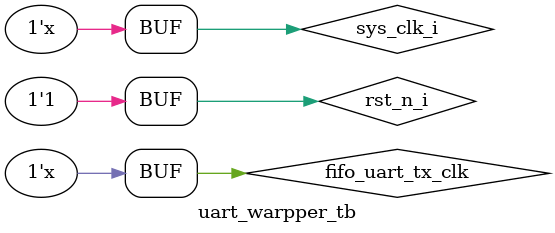
<source format=v>
`timescale 1ns / 1ps




module uart_warpper_tb;

// Parameters
localparam                              DATA_BIT = 0               ;

//Ports
reg                                     sys_clk_i                  ;
reg                                     rst_n_i                    ;
reg                    [  15:0]         baud_cnt_max               ;
reg                    [   1:0]         uart_parity_bit            ;
reg                    [   1:0]         uart_stop_bit              ;
reg                                     fifo_uart_tx_clk           ;
reg                                     fifo_uart_tx_wren          ;
reg                                     fifo_uart_tx_wren_r1       ;
reg                    [   7:0]         fifo_uart_tx_data          ;
wire                                    fifo_uart_tx_prog_full     ;
reg                                     uart_tx_wren_start         ;
reg                                     uart_tx_wren_end           ;
reg                                     fifo_uart_rx_clk           ;
reg                                     fifo_uart_rx_rden          ;
wire                   [   7:0]         fifo_uart_rx_data          ;
wire                                    fifo_uart_rx_empty         ;
wire                                    tx_o                       ;
reg [15:0]cnt;

always@(posedge fifo_uart_tx_clk)begin
    fifo_uart_tx_wren_r1<=fifo_uart_tx_wren;
end

always@(posedge fifo_uart_tx_clk or negedge rst_n_i)begin
    if (!rst_n_i) begin
        cnt<='d0;
    end
    else
        cnt<=cnt+'d1;
end

always@(*)begin
    case (cnt)
        100: begin
            fifo_uart_tx_wren = 1;
        end
        101:begin
            fifo_uart_tx_wren = 1;
            fifo_uart_tx_data = 'heb;
            uart_tx_wren_end = 1;
            uart_tx_wren_start = 1;
        end
        102:begin
            fifo_uart_tx_wren = 0;
            fifo_uart_tx_data = 'h90;
            uart_tx_wren_end = 1;
            uart_tx_wren_start = 1;
        end
        103:begin
            
        end
        104:begin
            
        end
        default: begin
            uart_tx_wren_end = 0;
            uart_tx_wren_start = 0;
            fifo_uart_tx_wren = 0;
            fifo_uart_tx_data = 0;
        end
    endcase
end

initial begin
    sys_clk_i = 0;
    rst_n_i = 0;
    fifo_uart_tx_clk = 0;
    uart_tx_wren_end = 0;
    uart_tx_wren_start = 0;
    fifo_uart_tx_wren = 0;
    fifo_uart_tx_data = 0;
    #100
    rst_n_i = 1;
    // //////////////////////////////////////
    // #400
    // fifo_uart_tx_wren = 1;
    // #4
    // fifo_uart_tx_wren = 0;
    // fifo_uart_tx_data = 'heb;
    // uart_tx_wren_end = 0;
    // uart_tx_wren_start = 1;
    // #2000
    // fifo_uart_tx_wren = 1;
    // #4
    // fifo_uart_tx_wren = 0;
    // fifo_uart_tx_data = 'h90;
    // uart_tx_wren_start = 0;
    // #200
    // fifo_uart_tx_wren = 1;
    // #4
    // fifo_uart_tx_wren = 0;
    // fifo_uart_tx_data = 'h12;
    // #20
    // fifo_uart_tx_wren = 1;
    // #4
    // fifo_uart_tx_wren = 0;
    // fifo_uart_tx_data = 'h34;
    // #100
    // fifo_uart_tx_wren = 1;
    // #4
    // fifo_uart_tx_wren = 0;
    // fifo_uart_tx_data = 'h56;
    // #20
    // fifo_uart_tx_wren = 1;
    // #4
    // fifo_uart_tx_wren = 0;
    // fifo_uart_tx_data = 'h07;
    // #20
    // fifo_uart_tx_wren = 1;
    // #4
    // fifo_uart_tx_wren = 0;
    // fifo_uart_tx_data = 'hd9;
    // uart_tx_wren_end = 1;
    // //////////////////////////////////////
    // //////////////////////////////////////
    // #400
    // fifo_uart_tx_wren = 1;
    // #4
    // fifo_uart_tx_wren = 0;
    // fifo_uart_tx_data = 'heb;
    // uart_tx_wren_end = 0;
    // uart_tx_wren_start = 1;
    // #2000
    // fifo_uart_tx_wren = 1;
    // #4
    // fifo_uart_tx_wren = 0;
    // fifo_uart_tx_data = 'h90;
    // uart_tx_wren_start = 0;
    // #200
    // fifo_uart_tx_wren = 1;
    // #4
    // fifo_uart_tx_wren = 0;
    // fifo_uart_tx_data = 'h12;
    // #20
    // fifo_uart_tx_wren = 1;
    // #4
    // fifo_uart_tx_wren = 0;
    // fifo_uart_tx_data = 'h34;
    // #100
    // fifo_uart_tx_wren = 1;
    // #4
    // fifo_uart_tx_wren = 0;
    // fifo_uart_tx_data = 'h56;
    // #20
    // fifo_uart_tx_wren = 1;
    // #4
    // fifo_uart_tx_wren = 0;
    // fifo_uart_tx_data = 'h07;
    // #20
    // fifo_uart_tx_wren = 1;
    // #4
    // fifo_uart_tx_wren = 0;
    // fifo_uart_tx_data = 'hd9;
    // uart_tx_wren_end = 1;
    // //////////////////////////////////////
    // //////////////////////////////////////
    // #400
    // fifo_uart_tx_wren = 1;
    // #4
    // fifo_uart_tx_wren = 0;
    // fifo_uart_tx_data = 'heb;
    // uart_tx_wren_end = 0;
    // uart_tx_wren_start = 1;
    // #2000
    // fifo_uart_tx_wren = 1;
    // #4
    // fifo_uart_tx_wren = 0;
    // fifo_uart_tx_data = 'h90;
    // uart_tx_wren_start = 0;
    // #200
    // fifo_uart_tx_wren = 1;
    // #4
    // fifo_uart_tx_wren = 0;
    // fifo_uart_tx_data = 'h12;
    // #20
    // fifo_uart_tx_wren = 1;
    // #4
    // fifo_uart_tx_wren = 0;
    // fifo_uart_tx_data = 'h34;
    // #100
    // fifo_uart_tx_wren = 1;
    // #4
    // fifo_uart_tx_wren = 0;
    // fifo_uart_tx_data = 'h56;
    // #20
    // fifo_uart_tx_wren = 1;
    // #4
    // fifo_uart_tx_wren = 0;
    // fifo_uart_tx_data = 'h07;
    // #20
    // fifo_uart_tx_wren = 1;
    // #4
    // fifo_uart_tx_wren = 0;
    // fifo_uart_tx_data = 'hd9;
    // uart_tx_wren_end = 1;
    // //////////////////////////////////////
    // //////////////////////////////////////
    // #400
    // fifo_uart_tx_wren = 1;
    // #4
    // fifo_uart_tx_wren = 0;
    // fifo_uart_tx_data = 'heb;
    // uart_tx_wren_end = 0;
    // uart_tx_wren_start = 1;
    // #2000
    // fifo_uart_tx_wren = 1;
    // #4
    // fifo_uart_tx_wren = 0;
    // fifo_uart_tx_data = 'h90;
    // uart_tx_wren_start = 0;
    // #200
    // fifo_uart_tx_wren = 1;
    // #4
    // fifo_uart_tx_wren = 0;
    // fifo_uart_tx_data = 'h12;
    // #20
    // fifo_uart_tx_wren = 1;
    // #4
    // fifo_uart_tx_wren = 0;
    // fifo_uart_tx_data = 'h34;
    // #100
    // fifo_uart_tx_wren = 1;
    // #4
    // fifo_uart_tx_wren = 0;
    // fifo_uart_tx_data = 'h56;
    // #20
    // fifo_uart_tx_wren = 1;
    // #4
    // fifo_uart_tx_wren = 0;
    // fifo_uart_tx_data = 'h07;
    // #20
    // fifo_uart_tx_wren = 1;
    // #4
    // fifo_uart_tx_wren = 0;
    // fifo_uart_tx_data = 'hd9;
    // uart_tx_wren_end = 1;
    // //////////////////////////////////////
    // //////////////////////////////////////
    // #400
    // fifo_uart_tx_wren = 1;
    // #4
    // fifo_uart_tx_wren = 0;
    // fifo_uart_tx_data = 'heb;
    // uart_tx_wren_end = 0;
    // uart_tx_wren_start = 1;
    // #2000
    // fifo_uart_tx_wren = 1;
    // #4
    // fifo_uart_tx_wren = 0;
    // fifo_uart_tx_data = 'h90;
    // uart_tx_wren_start = 0;
    // #200
    // fifo_uart_tx_wren = 1;
    // #4
    // fifo_uart_tx_wren = 0;
    // fifo_uart_tx_data = 'h12;
    // #20
    // fifo_uart_tx_wren = 1;
    // #4
    // fifo_uart_tx_wren = 0;
    // fifo_uart_tx_data = 'h34;
    // #100
    // fifo_uart_tx_wren = 1;
    // #4
    // fifo_uart_tx_wren = 0;
    // fifo_uart_tx_data = 'h56;
    // #20
    // fifo_uart_tx_wren = 1;
    // #4
    // fifo_uart_tx_wren = 0;
    // fifo_uart_tx_data = 'h07;
    // #20
    // fifo_uart_tx_wren = 1;
    // #4
    // fifo_uart_tx_wren = 0;
    // fifo_uart_tx_data = 'hd9;
    // uart_tx_wren_end = 1;
    // //////////////////////////////////////
end

uart_warpper # (
    .DATA_BIT                          (8                         ) 
)
uart_warpper_inst (
    .sys_clk_i                         (sys_clk_i                 ),
    .rst_n_i                           (rst_n_i                   ),
    .baud_cnt_max                      ('d200                     ),
    .uart_parity_bit                   ('d1                       ),
    .uart_stop_bit                     ('d1                       ),

    .fifo_uart_tx_clk                  (fifo_uart_tx_clk          ),
    .fifo_uart_tx_wren                 (fifo_uart_tx_wren         ),
    .fifo_uart_tx_wren_r1              (fifo_uart_tx_wren_r1      ),
    .fifo_uart_tx_data                 (fifo_uart_tx_data         ),
    .fifo_uart_tx_prog_full            (fifo_uart_tx_prog_full    ),

    .uart_tx_wren_start                (uart_tx_wren_start        ),
    .uart_tx_wren_end                  (uart_tx_wren_end          ),

    .fifo_uart_rx_clk                  (sys_clk_i                 ),
    .fifo_uart_rx_rden                 (~fifo_uart_rx_empty       ),
    .fifo_uart_rx_data                 (fifo_uart_rx_data         ),
    .fifo_uart_rx_empty                (fifo_uart_rx_empty        ),

    .tx_o                              (tx_o                      ),
    .rx_i                              (tx_o                      ) 
);

always #5  sys_clk_i = ! sys_clk_i ;
always #2  fifo_uart_tx_clk = ! fifo_uart_tx_clk ;


endmodule
</source>
